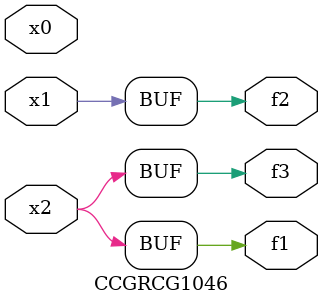
<source format=v>
module CCGRCG1046(
	input x0, x1, x2,
	output f1, f2, f3
);
	assign f1 = x2;
	assign f2 = x1;
	assign f3 = x2;
endmodule

</source>
